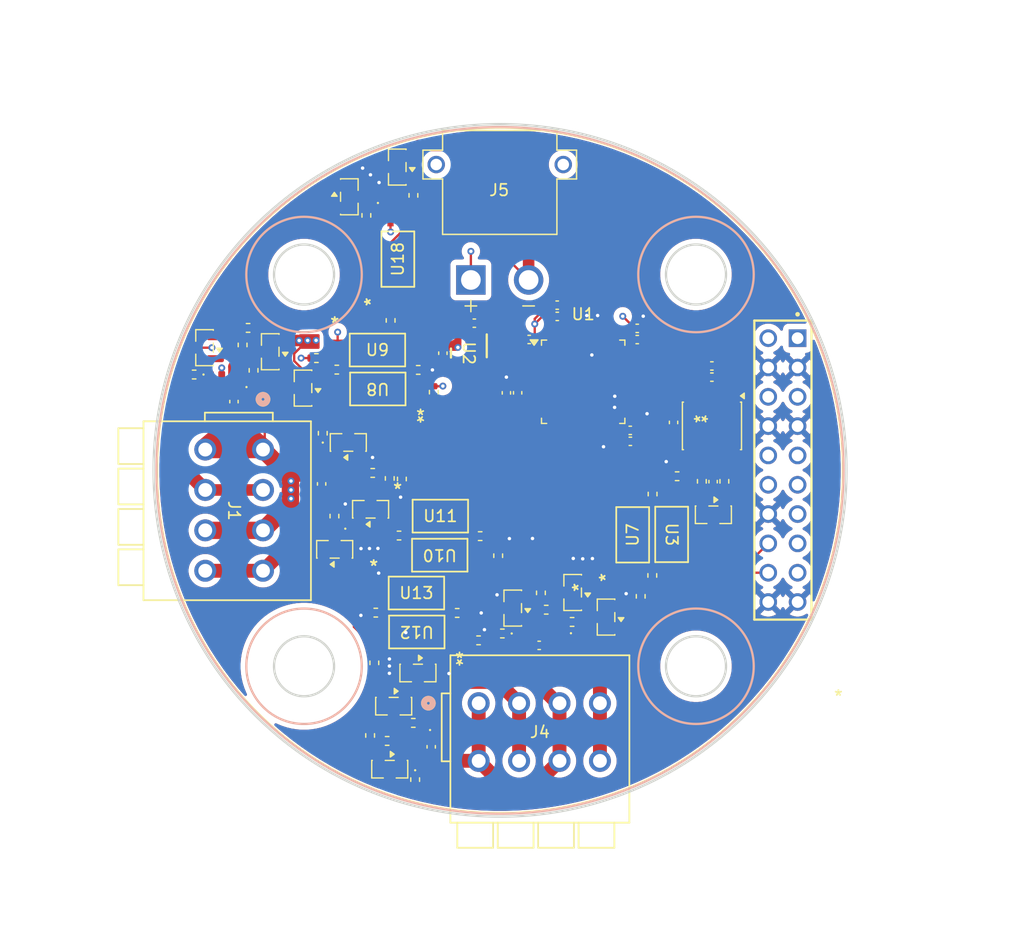
<source format=kicad_pcb>
(kicad_pcb (version 20241229) (generator "pcbnew") (generator_version "9.0")
  (layers (0 "F.Cu" signal) (4 "In1.Cu" signal) (6 "In2.Cu" signal) (2 "B.Cu" signal) (13 "F.Paste" user) (15 "B.Paste" user) (5 "F.SilkS" user "F.Silkscreen") (7 "B.SilkS" user "B.Silkscreen") (1 "F.Mask" user) (3 "B.Mask" user) (25 "Edge.Cuts" user))
  (net 0 "")
  (net 1 "3.3V")
  (net 2 "GND")
  (net 3 "5VLOGIC")
  (net 4 "Net-(C15-Pad1)")
  (net 5 "/Drogue neg")
  (net 6 "VBAT_AUX1")
  (net 7 "/Main neg")
  (net 8 "/Aux1 neg")
  (net 9 "/Aux2 neg")
  (net 10 "Net-(D7-K)")
  (net 11 "Net-(D8-K)")
  (net 12 "CAN_o-")
  (net 13 "CAN_o+")
  (net 14 "SWCLK")
  (net 15 "NRST1")
  (net 16 "SWDIO")
  (net 17 "Net-(D1-K)")
  (net 18 "NRST5")
  (net 19 "5VSERVO")
  (net 20 "NRST2")
  (net 21 "PGND")
  (net 22 "Net-(Q11-D)")
  (net 23 "Net-(Q12-D)")
  (net 24 "Net-(Q12-G)")
  (net 25 "Net-(Q13-S)")
  (net 26 "DROGUE_FIRE")
  (net 27 "DROGUE_SEAT")
  (net 28 "MAIN_SEAT")
  (net 29 "MAIN_FIRE")
  (net 30 "AUX1_SEAT")
  (net 31 "AUX1_FIRE")
  (net 32 "AUX2_SEAT")
  (net 33 "Net-(R33-Pad2)")
  (net 34 "AUX2_FIRE")
  (net 35 "Net-(R37-Pad1)")
  (net 36 "Net-(R47-Pad2)")
  (net 37 "PYRO_ON")
  (net 38 "SPI_CLK")
  (net 39 "SPI_MISO")
  (net 44 "NRST4")
  (net 45 "NRST3")
  (net 46 "SPI_MOSI")
  (net 63 "CAN_+")
  (net 66 "CAN_-")
  (net 67 "Net-(D2-K)")
  (net 68 "Net-(D3-K)")
  (net 69 "Net-(D4-K)")
  (net 70 "Net-(D5-K)")
  (net 71 "Net-(D6-K)")
  (net 72 "Net-(Q13-D)")
  (net 73 "Net-(Q2-D)")
  (net 74 "Net-(Q3-G)")
  (net 75 "Net-(Q3-D)")
  (net 76 "Net-(Q5-D)")
  (net 77 "Net-(Q6-G)")
  (net 78 "Net-(Q6-D)")
  (net 79 "Net-(Q8-D)")
  (net 80 "Net-(Q9-G)")
  (net 81 "Net-(Q9-D)")
  (net 82 "Net-(R5-Pad2)")
  (net 83 "Net-(R13-Pad1)")
  (net 84 "Net-(R15-Pad2)")
  (net 85 "Net-(R19-Pad1)")
  (net 86 "Net-(R24-Pad2)")
  (net 87 "Net-(R28-Pad1)")
  (net 88 "Net-(Q13-G)")
  (net 89 "unconnected-(D11-K-Pad1)")
  (net 90 "Net-(Q1-G)")
  (net 91 "Net-(Q4-G)")
  (net 92 "Net-(Q7-G)")
  (net 93 "Net-(Q10-G)")
  (footprint "Resistor_SMD:R_0402_1005Metric" (layer "F.Cu") (at 193.45 98.8)
    (property "Reference" "R9" (hide yes))
    (property "Value" "6 kΩ" (hide yes))
  )
  (footprint "Capacitor_SMD:C_0402_1005Metric" (layer "F.Cu") (at 190.975 80.0075 90)
    (property "Reference" "C7" (hide yes))
    (property "Value" "1uF" (hide yes))
  )
  (footprint "Package_TO_SOT_SMD:SOT-23" (layer "F.Cu") (at 195.74 97.31 180)
    (property "Reference" "Q1" (hide yes))
    (property "Value" "AO3400A" (hide yes))
  )
  (footprint "Resistor_SMD:R_0402_1005Metric" (layer "F.Cu") (at 179.9 87.425 -90)
    (property "Reference" "R30" (hide yes))
    (property "Value" "2 kΩ" (hide yes))
  )
  (footprint "Resistor_SMD:R_0402_1005Metric" (layer "F.Cu") (at 177.875 64.635 90)
    (property "Reference" "R49" (hide yes))
    (property "Value" "4.7k Ω" (hide yes))
  )
  (footprint "Foinse Footprints:SO4_TOS" (layer "F.Cu") (at 178.865 79.675 180)
    (property "Reference" "U8")
    (property "Value" "LTV-817" (hide yes))
  )
  (footprint "LED_SMD:LED_0402_1005Metric" (layer "F.Cu") (at 176.05 90.69 90)
    (property "Reference" "D5" (hide yes))
    (property "Value" "RED LED" (hide yes))
  )
  (footprint "Capacitor_SMD:C_0402_1005Metric" (layer "F.Cu") (at 190 80.0125 90)
    (property "Reference" "C6" (hide yes))
    (property "Value" "10nF" (hide yes))
  )
  (footprint "LED_SMD:LED_0402_1005Metric" (layer "F.Cu") (at 164.8625 78.425)
    (property "Reference" "D4" (hide yes))
    (property "Value" "GREEN LED" (hide yes))
  )
  (footprint "Resistor_SMD:R_0402_1005Metric" (layer "F.Cu") (at 173.55 77 180)
    (property "Reference" "R19" (hide yes))
    (property "Value" "1k Ω" (hide yes))
  )
  (footprint "Capacitor_SMD:C_0402_1005Metric" (layer "F.Cu") (at 184.5 76.575 90)
    (property "Reference" "C11" (hide yes))
    (property "Value" "1 uF" (hide yes))
  )
  (footprint "Package_TO_SOT_SMD:SOT-23" (layer "F.Cu") (at 176.31 84.31 90)
    (property "Reference" "Q9" (hide yes))
    (property "Value" "AO3400A" (hide yes))
  )
  (footprint "Resistor_SMD:R_0402_1005Metric" (layer "F.Cu") (at 175.315 78 180)
    (property "Reference" "R16" (hide yes))
    (property "Value" "10k Ω" (hide yes))
  )
  (footprint "Capacitor_SMD:C_0402_1005Metric" (layer "F.Cu") (at 191.975 75.3875 180)
    (property "Reference" "C1" (hide yes))
    (property "Value" "100 nF" (hide yes))
  )
  (footprint "Resistor_SMD:R_0402_1005Metric" (layer "F.Cu") (at 182.100078 113.519736 90)
    (property "Reference" "R40" (hide yes))
    (property "Value" "4.7 kΩ" (hide yes))
  )
  (footprint "Package_TO_SOT_SMD:SOT-23" (layer "F.Cu") (at 180.24 107.1575 -90)
    (property "Reference" "Q10" (hide yes))
    (property "Value" "AO3400A" (hide yes))
  )
  (footprint "Resistor_SMD:R_0402_1005Metric" (layer "F.Cu") (at 179.975 73.735 90)
    (property "Reference" "R47" (hide yes))
    (property "Value" "220 Ω" (hide yes))
  )
  (footprint "Resistor_SMD:R_0402_1005Metric" (layer "F.Cu") (at 175.11 90.69 90)
    (property "Reference" "R27" (hide yes))
    (property "Value" "4.7k Ω" (hide yes))
  )
  (footprint "Package_TO_SOT_SMD:SOT-23" (layer "F.Cu") (at 198.63 99.44 180)
    (property "Reference" "Q2" (hide yes))
    (property "Value" "AO3400A" (hide yes))
  )
  (footprint "Foinse Footprints:SO4_TOS" (layer "F.Cu") (at 182.209736 97.354922)
    (property "Reference" "U13")
    (property "Value" "LTV-817" (hide yes))
  )
  (footprint "Package_TO_SOT_SMD:SOT-23" (layer "F.Cu") (at 172.39 79.6 180)
    (property "Reference" "Q5" (hide yes))
    (property "Value" "AO3400A" (hide yes))
  )
  (footprint "Resistor_SMD:R_0402_1005Metric" (layer "F.Cu") (at 183.715 79.95 -90)
    (property "Reference" "R15" (hide yes))
    (property "Value" "220 Ω" (hide yes))
  )
  (footprint "Package_SO:SOIC-8_3.9x4.9mm_P1.27mm" (layer "F.Cu") (at 207.8 82.875 -90)
    (property "Reference" "U4" (hide yes))
    (property "Value" "TJA1051T-3" (hide yes))
  )
  (footprint "Resistor_SMD:R_0402_1005Metric" (layer "F.Cu") (at 195.69 99.86 180)
    (property "Reference" "R8" (hide yes))
    (property "Value" "4.7k Ω" (hide yes))
  )
  (footprint "Foinse Footprints:DBV0005A_N" (layer "F.Cu") (at 186.75 76.575 -90)
    (property "Reference" "U2")
    (property "Value" "TLV70433DBVT" (hide yes))
  )
  (footprint "Package_TO_SOT_SMD:SOT-23" (layer "F.Cu") (at 178.24 90.1 90)
    (property "Reference" "Q7" (hide yes))
    (property "Value" "AO3400A" (hide yes))
  )
  (footprint "Capacitor_SMD:C_0402_1005Metric" (layer "F.Cu") (at 187.225 73.975)
    (property "Reference" "C10" (hide yes))
    (property "Value" "100nF" (hide yes))
  )
  (footprint "LED_SMD:LED_0402_1005Metric" (layer "F.Cu") (at 178.875 64.65 -90)
    (property "Reference" "D11" (hide yes))
    (property "Value" "RED LED" (hide yes))
  )
  (footprint "Resistor_SMD:R_0402_1005Metric" (layer "F.Cu") (at 179.675078 110.169736)
    (property "Reference" "R38" (hide yes))
    (property "Value" "6 kΩ" (hide yes))
  )
  (footprint "Resistor_SMD:R_0402_1005Metric" (layer "F.Cu") (at 178.69 99.055 180)
    (property "Reference" "R34" (hide yes))
    (property "Value" "10k Ω" (hide yes))
  )
  (footprint "Capacitor_SMD:C_0402_1005Metric" (layer "F.Cu") (at 207.9 87.705 -90)
    (property "Reference" "C15" (hide yes))
    (property "Value" "47 uF" (hide yes))
  )
  (footprint "Capacitor_SMD:C_0402_1005Metric" (layer "F.Cu") (at 207.793213 77.680388)
    (property "Reference" "C12" (hide yes))
    (property "Value" "47 uF" (hide yes))
  )
  (footprint "Capacitor_SMD:C_0402_1005Metric" (layer "F.Cu") (at 200.725 83.2625)
    (property "Reference" "C4" (hide yes))
    (property "Value" "100 nF" (hide yes))
  )
  (footprint "Resistor_SMD:R_0402_1005Metric" (layer "F.Cu") (at 180.95 87.475 90)
    (property "Reference" "R28" (hide yes))
    (property "Value" "1k Ω" (hide yes))
  )
  (footprint "Capacitor_SMD:C_0402_1005Metric" (layer "F.Cu") (at 166.409264 80.77 90)
    (property "Reference" "C31" (hide yes))
    (property "Value" "1 uF" (hide yes))
  )
  (footprint "Resistor_SMD:R_0402_1005Metric" (layer "F.Cu") (at 168.107764 78.06 -90)
    (property "Reference" "R18" (hide yes))
    (property "Value" "4.7k Ω" (hide yes))
  )
  (footprint "Foinse Footprints:CONN4_2601-1104_WAG" (layer "F.Cu") (at 168.925 84.925 -90)
    (property "Reference" "J1")
    (property "Value" "2601-1104")
  )
  (footprint "LED_SMD:LED_0402_1005Metric" (layer "F.Cu") (at 196.68 100.84)
    (property "Reference" "D1" (hide yes))
    (property "Value" "RED LED" (hide yes))
  )
  (footprint "Foinse Footprints:AMASS_XT30PW-M" (layer "F.Cu") (at 189.425 60.23075)
    (property "Reference" "J5")
    (property "Value" "XT30PW-M")
  )
  (footprint "Resistor_SMD:R_0402_1005Metric" (layer "F.Cu") (at 181.95 62.9 -90)
    (property "Reference" "R48" (hide yes))
    (property "Value" "10k Ω" (hide yes))
  )
  (footprint "Capacitor_SMD:C_0402_1005Metric" (layer "F.Cu") (at 207.795 78.65)
    (property "Reference" "C13" (hide yes))
    (property "Value" "100nF" (hide yes))
  )
  (footprint "LED_SMD:LED_0402_1005Metric" (layer "F.Cu") (at 191.55 100.86)
    (property "Reference" "D2" (hide yes))
    (property "Value" "GREEN LED" (hide yes))
  )
  (footprint "Capacitor_SMD:C_0402_1005Metric" (layer "F.Cu") (at 194.4 72.4125)
    (property "Reference" "C2" (hide yes))
    (property "Value" "100 nF" (hide yes))
  )
  (footprint "LED_SMD:LED_0402_1005Metric" (layer "F.Cu") (at 174.1 85.41 -90)
    (property "Reference" "D6" (hide yes))
    (property "Value" "GREEN LED" (hide yes))
  )
  (footprint "Resistor_SMD:R_0402_1005Metric" (layer "F.Cu") (at 167.157764 75.86 -90)
    (property "Reference" "R20" (hide yes))
    (property "Value" "6k Ω" (hide yes))
  )
  (footprint "Package_TO_SOT_SMD:SOT-23" (layer "F.Cu") (at 175.13 93.57 90)
    (property "Reference" "Q8" (hide yes))
    (property "Value" "AO3400A" (hide yes))
  )
  (footprint "Package_TO_SOT_SMD:SOT-23" (layer "F.Cu") (at 190.55 98.66 180)
    (property "Reference" "Q3" (hide yes))
    (property "Value" "AO3400A" (hide yes))
  )
  (footprint "LED_SMD:LED_0402_1005Metric" (layer "F.Cu") (at 168.582764 79.51)
    (property "Reference" "D3" (hide yes))
    (property "Value" "RED LED" (hide yes))
  )
  (footprint "Package_TO_SOT_SMD:SOT-23" (layer "F.Cu") (at 163.8625 76.1 180)
    (property "Reference" "Q6" (hide yes))
    (property "Value" "AO3400A" (hide yes))
  )
  (footprint "Foinse Footprints:SO4_TOS" (layer "F.Cu") (at 204.31 92.28 -90)
    (property "Reference" "U3")
    (property "Value" "LTV-817" (hide yes))
  )
  (footprint "LED_SMD:LED_0402_1005Metric" (layer "F.Cu") (at 182.100078 111.619736 90)
    (property "Reference" "D8" (hide yes))
    (property "Value" "GREEN LED" (hide yes))
  )
  (footprint "Foinse Footprints:SO4_TOS" (layer "F.Cu") (at 184.28 90.69)
    (property "Reference" "U11")
    (property "Value" "LTV-817" (hide yes))
  )
  (footprint "Capacitor_SMD:C_0402_1005Metric" (layer "F.Cu") (at 183.49 110.68 90)
    (property "Reference" "C33" (hide yes))
    (property "Value" "1 uF" (hide yes))
  )
  (footprint "Resistor_SMD:R_0402_1005Metric" (layer "F.Cu") (at 189.29 94.12 -90)
    (property "Reference" "R24" (hide yes))
    (property "Value" "220 Ω" (hide yes))
  )
  (footprint "Capacitor_SMD:C_0402_1005Metric" (layer "F.Cu") (at 200.735 84.2125)
    (property "Reference" "C5" (hide yes))
    (property "Value" "4.7 uF" (hide yes))
  )
  (footprint "Foinse Footprints:SAMTEC_ESQ-110-14-G-D" (layer "F.Cu") (at 213.945 86.705 90)
    (property "Reference" "J3" (hide yes))
    (property "Value" "ESQ-110-14-G-D")
  )
  (footprint "Foinse Footprints:SO4_TOS" (layer "F.Cu") (at 180.6 68.425 90)
    (property "Reference" "U18")
    (property "Value" "LTV-817" (hide yes))
  )
  (footprint "Resistor_SMD:R_0402_1005Metric" (layer "F.Cu") (at 185.74 99.08)
    (property "Reference" "R32" (hide yes))
    (property "Value" "10k Ω" (hide yes))
  )
  (footprint "Package_TO_SOT_SMD:SOT-23" (layer "F.Cu") (at 169.55 76.45 180)
    (property "Reference" "Q4" (hide yes))
    (property "Value" "AO3400A" (hide yes))
  )
  (footprint "Resistor_SMD:R_0402_1005Metric" (layer "F.Cu") (at 192.99 97.34 -90)
    (property "Reference" "R10" (hide yes))
    (property "Value" "2 kΩ" (hide yes))
  )
  (footprint "Resistor_SMD:R_0402_1005Metric" (layer "F.Cu") (at 180.705264 92.375078 180)
    (property "Reference" "R25" (hide yes))
    (property "Value" "10k Ω" (hide yes))
  )
  (footprint "Resistor_SMD:R_0402_1005Metric" (layer "F.Cu") (at 206.925 87.675 -90)
    (property "Reference" "R1" (hide yes))
    (property "Value" "60 Ω" (hide yes))
  )
  (footprint "Package_TO_SOT_SMD:SOT-23" (layer "F.Cu") (at 207.925 90.575 -90)
    (property "Reference" "D9" (hide yes))
    (property "Value" "NUP2105L" (hide yes))
  )
  (footprint "Resistor_SMD:R_0402_1005Metric" (layer "F.Cu") (at 202.66 88.78 90)
    (property "Reference" "R12" (hide yes))
    (property "Value" "10k Ω" (hide yes))
  )
  (footprint "Resistor_SMD:R_0402_1005Metric" (layer "F.Cu") (at 178.200078 109.694736 -90)
    (property "Reference" "R39" (hide yes))
    (property "Value" "2 kΩ" (hide yes))
  )
  (footprint "Resistor_SMD:R_0402_1005Metric" (layer "F.Cu") (at 178.425 86.95 180)
    (property "Reference" "R29" (hide yes))
    (property "Value" "6 kΩ" (hide yes))
  )
  (footprint "Foinse Footprints:SO4_TOS" (layer "F.Cu") (at 200.934922 92.310264 90)
    (property "Reference" "U7")
    (property "Value" "LTV-817" (hide yes))
  )
  (footprint "Foinse Footprints:SO4_TOS" (layer "F.Cu") (at 178.834736 76.299922)
    (property "Reference" "U9")
    (property "Value" "LTV-817" (hide yes))
  )
  (footprint "Resistor_SMD:R_0402_1005Metric" (layer "F.Cu") (at 187.730264 92.425078)
    (property "Reference" "R23" (hide yes))
    (property "Value" "10k Ω" (hide yes))
  )
  (footprint "Capacitor_SMD:C_0402_1005Metric" (layer "F.Cu") (at 204.475 82.575 90)
    (property "Reference" "C14" (hide yes))
    (property "Value" "100nF" (hide yes))
  )
  (footprint "Foinse Footprints:SO4_TOS" (layer "F.Cu") (at 184.230264 94.075078 180)
    (property "Reference" "U10")
    (property "Value" "LTV-817" (hide yes))
  )
  (footprint "Resistor_SMD:R_0402_1005Metric" (layer "F.Cu") (at 178.564922 103.402764 -90)
    (property "Reference" "R37" (hide yes))
    (property "Value" "1k Ω" (hide yes))
  )
  (footprint "Package_QFP:LQFP-48_7x7mm_P0.5mm" (layer "F.Cu") (at 196.65 79.05)
    (property "Reference" "U1")
    (property "Value" "STM32F072C8Tx" (hide yes))
  )
  (footprint "Resistor_SMD:R_0402_1005Metric" (layer "F.Cu") (at 202.635 95.83 -90)
    (property "Reference" "R6" (hide yes))
    (property "Value" "10k Ω" (hide yes))
  )
  (footprint "Resistor_SMD:R_0402_1005Metric" (layer "F.Cu") (at 162.9625 78.425)
    (property "Reference" "R22" (hide yes))
    (property "Value" "4.7k Ω" (hide yes))
  )
  (footprint "Capacitor_SMD:C_0402_1005Metric" (layer "F.Cu") (at 201.33 74.425)
    (property "Reference" "C8" (hide yes))
    (property "Value" "4.7 uF" (hide yes))
  )
  (footprint "Capacitor_SMD:C_0402_1005Metric" (layer "F.Cu") (at 192.84 101.89)
    (property "Reference" "C30" (hide yes))
    (property "Value" "1 uF" (hide yes))
  )
  (footprint "Resistor_SMD:R_0402_1005Metric" (layer "F.Cu") (at 201.63 97.64 -90)
    (property "Reference" "R13" (hide yes))
    (property "Value" "1k Ω" (hide yes))
  )
  (footprint "Foinse Footprints:SO4_TOS" (layer "F.Cu") (at 182.24 100.73 180)
    (property "Reference" "U12")
    (property "Value" "LTV-817" (hide yes))
  )
  (footprint "Resistor_SMD:R_0402_1005Metric" (layer "F.Cu") (at 189.65 100.86)
    (property "Reference" "R11" (hide yes))
    (property "Value" "4.7 kΩ" (hide yes))
  )
  (footprint "Resistor_SMD:R_0402_1005Metric" (layer "F.Cu") (at 187.59 101.455 180)
    (property "Reference" "R33" (hide yes))
    (property "Value" "220 Ω" (hide yes))
  )
  (footprint "Capacitor_SMD:C_0402_1005Metric" (layer "F.Cu") (at 201.33 75.395)
    (property "Reference" "C9" (hide yes))
    (property "Value" "100 nF" (hide yes))
  )
  (footprint "Package_TO_SOT_SMD:SOT-23" (layer "F.Cu") (at 182.34 104.2825 -90)
    (property "Reference" "Q11" (hide yes))
    (property "Value" "AO3400A" (hide yes))
  )
  (footprint "Foinse Footprints:CONN4_2601-1104_WAG" (layer "F.Cu") (at 187.599996 106.9)
    (property "Reference" "J4")
    (property "Value" "2601-1104")
  )
  (footprint "Resistor_SMD:R_0402_1005Metric" (layer "F.Cu") (at 174.1 83.51 -90)
    (property "Reference" "R31" (hide yes))
    (property "Value" "4.7k Ω" (hide yes))
  )
  (footprint "Resistor_SMD:R_0402_1005Metric" (layer "F.Cu") (at 167.632764 74.385 180)
    (property "Reference" "R21" (hide yes))
    (property "Value" "2k Ω" (hide yes))
  )
  (footprint "Resistor_SMD:R_0402_1005Metric" (layer "F.Cu") (at 181.94 108.6075)
    (property "Reference" "R36" (hide yes))
    (property "Value" "4.7k Ω" (hide yes))
  )
  (footprint "LED_SMD:LED_0402_1005Metric" (layer "F.Cu") (at 183.39 108.1325 90)
    (property "Reference" "D7" (hide yes))
    (property "Value" "RED LED" (hide yes))
  )
  (footprint "Capacitor_SMD:C_0402_1005Metric" (layer "F.Cu") (at 194.405 73.3875)
    (property "Reference" "C3" (hide yes))
    (property "Value" "100 nF" (hide yes))
  )
  (footprint "Package_TO_SOT_SMD:SOT-23" (layer "F.Cu") (at 179.900078 112.619736 -90)
    (property "Reference" "Q12" (hide yes))
    (property "Value" "AO3400A" (hide yes))
  )
  (footprint "Package_TO_SOT_SMD:SOT-23" (layer "F.Cu") (at 180.55 60.45 180)
    (property "Reference" "Q14" (hide yes))
    (property "Value" "AO3400A" (hide yes))
  )
  (footprint "Capacitor_SMD:C_0402_1005Metric" (layer "F.Cu") (at 174 87.9 -90)
    (property "Reference" "C32" (hide yes))
    (property "Value" "1 uF" (hide yes))
  )
  (footprint "Resistor_SMD:R_0402_1005Metric" (layer "F.Cu") (at 204.784922 87.235264)
    (property "Reference" "R5" (hide yes))
    (property "Value" "220 Ω" (hide yes))
  )
  (footprint "Package_TO_SOT_SMD:SOT-23" (layer "F.Cu") (at 176.4 63.025)
    (property "Reference" "Q13" (hide yes))
    (property "Value" "AO3400A" (hide yes))
  )
  (footprint "Resistor_SMD:R_0402_1005Metric" (layer "F.Cu") (at 208.875 87.675 90)
    (property "Reference" "R2" (hide yes))
    (property "Value" "60 Ω" (hide yes))
  )
  (footprint "Resistor_SMD:R_0402_1005Metric" (layer "F.Cu") (at 182.365 78.025)
    (property "Reference" "R14" (hide yes))
    (property "Value" "10k Ω" (hide yes))
  )
  (gr_poly (pts (xy 178.44 89.8) (xy 178.44 88.2) (xy 177.72 88.2) (xy 177.74 89.8)) (stroke (width 0.2)) (fill yes) (layer "F.Cu") (net 8))
  (gr_poly (pts (xy 163.375 84.275) (xy 166.4 81.725) (xy 169.375 84.2)) (stroke (width 0.2)) (fill yes) (layer "F.Cu") (net 6))
  (gr_poly (pts (xy 184.4 76.075) (xy 186 75.225) (xy 186 76.075)) (stroke (width 0.2)) (fill yes) (layer "F.Cu") (net 1))
  (gr_rect (start 172.175 75.025) (end 173.725 76.1) (stroke (width 0.2)) (fill yes) (layer "F.Cu") (net 21))
  (gr_rect (start 177.185 93.0325) (end 179.135 94.1075) (stroke (width 0.2)) (fill yes) (layer "F.Cu") (net 21))
  (gr_poly (pts (xy 180.875 59.325) (xy 182.15 58.275) (xy 182.6 58.9) (xy 182.125 59.3)) (stroke (width 0.2)) (fill yes) (layer "F.Cu") (net 72))
  (gr_rect (start 195.145 93.51) (end 198.035 95.11) (stroke (width 0.2)) (fill yes) (layer "F.Cu") (net 21))
  (gr_poly (pts (xy 185.8 76.275) (xy 184.475 76.275) (xy 184.475 75.967616) (xy 185.85 76.017616)) (stroke (width 0.2)) (fill yes) (layer "F.Cu") (net 1))
  (gr_poly (pts (xy 179.12 61.93) (xy 180.21 60.38) (xy 177.53 60.34)) (stroke (width 0.2)) (fill yes) (layer "F.Cu") (net 21))
  (gr_rect (start 179.38 102.7) (end 180.37 104.61) (stroke (width 0.2)) (fill yes) (layer "F.Cu") (net 21))
  (gr_poly (pts (xy 177.405876 60.679161) (xy 178.89 61.98) (xy 179 61.81) (xy 177.49 60.55)) (stroke (width 0.2)) (fill yes) (layer "F.Cu") (net 21))
  (gr_circle (center 189.4485 86.729) (end 160.475002 93.038087) (stroke (width 0.1)) (fill no) (layer "F.SilkS"))
  (gr_circle (center 206.419063 103.699563) (end 201.419063 103.699563) (stroke (width 0.2)) (fill no) (layer "B.SilkS"))
  (gr_circle (center 206.419063 69.758437) (end 201.419063 69.758437) (stroke (width 0.2)) (fill no) (layer "B.SilkS"))
  (gr_circle (center 189.4485 86.729) (end 159.6985 86.729) (stroke (width 0.2)) (fill no) (layer "B.SilkS"))
  (gr_circle (center 172.477937 103.699563) (end 167.477937 103.699563) (stroke (width 0.2)) (fill no) (layer "B.SilkS"))
  (gr_circle (center 172.477937 69.758437) (end 167.477937 69.758437) (stroke (width 0.2)) (fill no) (layer "B.SilkS"))
  (gr_circle (center 206.419063 69.758437) (end 209.019063 69.758437) (stroke (width 0.2)) (fill no) (layer "Edge.Cuts"))
  (gr_circle (center 172.477937 103.699563) (end 175.077937 103.699563) (stroke (width 0.2)) (fill no) (layer "Edge.Cuts"))
  (gr_circle (center 206.419063 103.699563) (end 209.019063 103.699563) (stroke (width 0.2)) (fill no) (layer "Edge.Cuts"))
  (gr_circle (center 189.4485 86.729) (end 159.4485 86.729) (stroke (width 0.2)) (fill no) (layer "Edge.Cuts"))
  (gr_circle (center 172.477937 69.758437) (end 175.077937 69.758437) (stroke (width 0.2)) (fill no) (layer "Edge.Cuts"))
  (gr_text "*" (at 218.75 106.3 0) (layer "F.SilkS") (effects (font (size 1 1))))
  (segment (start 192.455 76.2675) (end 192.4875 76.3) (width 0.2) (layer "F.Cu") (net 1))
  (segment (start 184.5 76.095) (end 185.77 76.095) (width 0.2) (layer "F.Cu") (net 1))
  (segment (start 193.92 72.4125) (end 193.6375 72.4125) (width 0.2) (layer "F.Cu") (net 1))
  (segment (start 185.8 76.075) (end 185.800002 76.074998) (width 0.2) (layer "F.Cu") (net 1))
  (segment (start 190.975 80.4875) (end 191.1625 80.3) (width 0.2) (layer "F.Cu") (net 1))
  (segment (start 200.27 83.3375) (end 200.245 83.3125) (width 0.2) (layer "F.Cu") (net 1))
  (segment (start 190.97 80.4925) (end 190.975 80.4875) (width 0.2) (layer "F.Cu") (net 1))
  (segment (start 192.455 73.595) (end 192.455 74.045) (width 0.2) (layer "F.Cu") (net 1))
  (segment (start 200.245 83.3125) (end 199.5 83.3125) (width 0.2) (layer "F.Cu") (net 1))
  (segment (start 193.6375 72.4125) (end 192.455 73.595) (width 0.2) (layer "F.Cu") (net 1))
  (segment (start 193.925 74.8625) (end 193.9 74.8875) (width 0.2) (layer "F.Cu") (net 1))
  (segment (start 182.280736 75.664922) (end 184.069922 75.664922) (width 0.2) (layer "F.Cu") (net 1))
  (segment (start 192.455 75.3875) (end 192.455 76.2675) (width 0.2) (layer "F.Cu") (net 1))
  (segment (start 200.85 74.425) (end 200.85 74.15) (width 0.2) (layer "F.Cu") (net 1))
  (segment (start 185.77 76.095) (end 185.775 76.1) (width 0.2) (layer "F.Cu") (net 1))
  (segment (start 200.85 74.15) (end 200.075 73.375) (width 0.2) (layer "F.Cu") (net 1))
  (segment (start 199.5 83.3125) (end 199.4 83.2125) (width 0.2) (layer "F.Cu") (net 1))
  (segment (start 193.92 73.3825) (end 193.925 73.3875) (width 0.2) (layer "F.Cu") (net 1))
  (segment (start 200.27 84.2625) (end 200.27 83.3375) (width 0.2) (layer "F.Cu") (net 1))
  (segment (start 184.069922 75.664922) (end 184.5 76.095) (width 0.2) (layer "F.Cu") (net 1))
  (segment (start 193.92 72.4125) (end 193.92 73.3825) (width 0.2) (layer "F.Cu") (net 1))
  (segment (start 190 80.4925) (end 190.97 80.4925) (width 0.2) (layer "F.Cu") (net 1))
  (segment (start 200.8125 74.4625) (end 200.85 74.425) (width 0.2) (layer "F.Cu") (net 1))
  (segment (start 193.925 73.3875) (end 193.925 74.8625) (width 0.2) (layer "F.Cu") (net 1))
  (segment (start 193.925 73.3875) (end 193.1125 73.3875) (width 0.2) (layer "F.Cu") (net 1))
  (segment (start 200.8125 76.3) (end 200.8125 74.4625) (width 0.2) (layer "F.Cu") (net 1))
  (segment (start 185.775 76.1) (end 185.8 76.075) (width 0.2) (layer "F.Cu") (net 1))
  (segment (start 193.1125 73.3875) (end 192.455 74.045) (width 0.2) (layer "F.Cu") (net 1))
  (segment (start 191.1625 80.3) (end 192.4875 80.3) (width 0.2) (layer "F.Cu") (net 1))
  (segment (start 192.455 75.3875) (end 192.455 74.045) (width 0.2) (layer "F.Cu") (net 1))
  (segment (start 185.800002 76.074998) (end 185.800002 75.199999) (width 0.2) (layer "F.Cu") (net 1))
  (via (at 200.075 73.375) (size 0.6) (drill 0.3) (layers "F.Cu" "B.Cu") (net 1))
  (via (at 185.8 76.075) (size 0.6) (drill 0.3) (layers "F.Cu" "B.Cu") (net 1))
  (via (at 192.455 74.045) (size 0.6) (drill 0.3) (layers "F.Cu" "B.Cu") (net 1))
  (segment (start 190 79.5325) (end 190.97 79.5325) (width 0.2) (layer "F.Cu") (net 2))
  (segment (start 194.88 72.4125) (end 194.88 73.3825) (width 0.2) (layer "F.Cu") (net 2))
  (segment (start 185.686 100.095) (end 185.686 99.536) (width 0.2) (layer "F.Cu") (net 2))
  (segment (start 187.220264 92.984078) (end 187.676264 93.440078) (width 0.2) (layer "F.Cu") (net 2))
  (segment (start 201.85 74.385) (end 201.81 74.425) (width 0.2) (layer "F.Cu") (net 2))
  (segment (start 187.220264 92.425078) (end 187.220264 92.984078) (width 0.2) (layer "F.Cu") (net 2))
  (segment (start 201.81 74.425) (end 201.851 74.466) (width 0.2) (layer "F.Cu") (net 2))
  (segment (start 201.23 83.3375) (end 201.205 83.3125) (width 0.2) (layer "F.Cu") (net 2))
  (segment (start 194.885 73.3875) (end 194.4 73.8725) (width 0.2) (layer "F.Cu") (net 2))
  (segment (start 181.855 78.025) (end 181.855 78.584) (width 0.2) (layer "F.Cu") (net 2))
  (segment (start 185.686 99.536) (end 185.23 99.08) (width 0.2) (layer "F.Cu") (net 2))
  (segment (start 187.700001 73.979999) (end 187.705 73.975) (width 0.2) (layer "F.Cu") (net 2))
  (segment (start 201.851 74.466) (end 201.851 76.532824) (width 0.2) (layer "F.Cu") (net 2))
  (segment (start 201.85 73.37) (end 201.85 74.385) (width 0.2) (layer "F.Cu") (net 2))
  (segment (start 194.88 73.3825) (end 194.885 73.3875) (width 0.2) (layer "F.Cu") (net 2))
  (segment (start 201.23 84.2625) (end 201.23 83.3375) (width 0.2) (layer "F.Cu") (net 2))
  (segment (start 202.66 89.29) (end 203.219 89.29) (width 0.2) (layer "F.Cu") (net 2))
  (segment (start 190.975 79.5275) (end 191.2475 79.8) (width 0.2) (layer "F.Cu") (net 2))
  (segment (start 184.905003 77.055) (end 185.800002 77.949999) (width 0.2) (layer "F.Cu") (net 2))
  (segment (start 184.5 77.055) (end 184.905003 77.055) (width 0.2) (layer "F.Cu") (net 2))
  (segment (start 191.2475 79.8) (end 192.4875 79.8) (width 0.2) (layer "F.Cu") (net 2))
  (segment (start 187.700001 75.199999) (end 187.700001 73.979999) (width 0.2) (layer "F.Cu") (net 2))
  (segment (start 190.97 79.5325) (end 190.975 79.5275) (width 0.2) (layer "F.Cu") (net 2))
  (segment (start 203.219 89.29) (end 203.675 88.834) (width 0.2) (layer "F.Cu") (net 2))
  (segment (start 201.851 76.532824) (end 201.583824 76.8) (width 0.2) (layer "F.Cu") (net 2))
  (segment (start 194.4 73.8725) (end 194.4 74.8875) (width 0.2) (layer "F.Cu") (net 2))
  (segment (start 201.583824 76.8) (end 200.8125 76.8) (width 0.2) (layer "F.Cu") (net 2))
  (segment (start 190 79.5325) (end 190 78.65) (width 0.2) (layer "F.Cu") (net 2))
  (segment (start 181.855 78.584) (end 182.311 79.04) (width 0.2) (layer "F.Cu") (net 2))
  (via (at 190 78.65) (size 0.6) (drill 0.3) (layers "F.Cu" "B.Cu") (net 2))
  (via (at 201.85 73.37) (size 0.6) (drill 0.3) (layers "F.Cu" "B.Cu") (net 2))
  (segment (start 186.75 75.199999) (end 186.75 73.98) (width 0.2) (layer "F.Cu") (net 3))
  (segment (start 186.75 73.98) (end 186.745 73.975) (width 0.2) (layer "F.Cu") (net 3))
  (segment (start 206.925 87.165) (end 208.875 87.165) (width 0.2) (layer "F.Cu") (net 4))
  (segment (start 193.6 101.91) (end 194.011 101.499) (width 1.2) (layer "F.Cu") (net 5))
  (segment (start 198.1 106.9) (end 198.1 104.61) (width 1.2) (layer "F.Cu") (net 5))
  (segment (start 194.011 98.476446) (end 194.8025 97.684946) (width 1.2) (layer "F.Cu") (net 5))
  (segment (start 198.1 106.9) (end 198.1 111.9) (width 1.2) (layer "F.Cu") (net 5))
  (segment (start 194.8025 97.684946) (end 194.8025 97.31) (width 1.2) (layer "F.Cu") (net 5))
  (segment (start 194.011 101.499) (end 194.011 98.476446) (width 1.2) (layer "F.Cu") (net 5))
  (segment (start 198.1 104.61) (end 195.4 101.91) (width 1.2) (layer "F.Cu") (net 5))
  (segment (start 195.4 101.91) (end 193.6 101.91) (width 1.2) (layer "F.Cu") (net 5))
  (segment (start 200.299922 95.413364) (end 200.964286 94.749) (width 0.2) (layer "F.Cu") (net 6))
  (segment (start 178.94 96.543658) (end 178.763736 96.719922) (width 0.2) (layer "F.Cu") (net 6))
  (segment (start 204.945 95.3831) (end 204.945 95.726) (width 0.2) (layer "F.Cu") (net 6))
  (segment (start 171.3 87.3) (end 171.3 87.525) (width 1.5) (layer "F.Cu") (net 6))
  (segment (start 174.06 87.1) (end 172.191595 87.101188) (width 1.2) (layer "F.Cu") (net 6))
  (segment (start 180.705 101.365) (end 178.794 101.365) (width 0.2) (layer "F.Cu") (net 6))
  (segment (start 187.599996 111.9) (end 189.649996 113.95) (width 1.2) (layer "F.Cu") (net 6))
  (segment (start 178.94 95.63) (end 178.94 96.543658) (width 0.2) (layer "F.Cu") (net 6))
  (segment (start 174.1 85.895) (end 174.1 87.06) (width 0.2) (layer "F.Cu") (net 6))
  (segment (start 183.464736 111.134736) (end 183.49 111.16) (width 0.2) (layer "F.Cu") (net 6))
  (segment (start 183.39 107.6475) (end 183.39 105.91) (width 0.2) (layer "F.Cu") (net 6))
  (segment (start 171.3 88.625) (end 171.3 89.550004) (width 1.5) (layer "F.Cu") (net 6))
  (segment (start 168.925 84.925) (end 169.075 84.775) (width 0.2) (layer "F.Cu") (net 6))
  (segment (start 172.191595 87.101188) (end 171.723812 87.101188) (width 1.2) (layer "F.Cu") (net 6))
  (segment (start 175.388736 75.664922) (end 175.388736 74.75) (width 0.2) (layer "F.Cu") (net 6))
  (segment (start 180.834 89.056) (end 180.84 89.05) (width 0.2) (layer "F.Cu") (net 6))
  (segment (start 166.409264 81.434264) (end 166.409264 82.965736) (width 1) (layer "F.Cu") (net 6))
  (segment (start 183.39 105.91) (end 184.92 104.38) (width 0.2) (layer "F.Cu") (net 6))
  (segment (start 192.14 102.03) (end 192.14 104.629999) (width 1.2) (layer "F.Cu") (net 6))
  (segment (start 182.100078 111.134736) (end 183.464736 111.134736) (width 0.2) (layer "F.Cu") (net 6))
  (segment (start 200.964286 94.749) (end 204.3109 94.749) (width 0.2) (layer "F.Cu") (net 6))
  (segment (start 194.41 106.899999) (end 192.14 104.629999) (width 1.2) (layer "F.Cu") (net 6))
  (segment (start 168.925 84.925) (end 171.3 87.3) (width 1.5) (layer "F.Cu") (net 6))
  (segment (start 171.3 88.05) (end 171.3 88.625) (width 1.5) (layer "F.Cu") (net 6))
  (segment (start 192.2775 101.8925) (end 192.14 102.03) (width 0.2) (layer "F.Cu") (net 6))
  (segment (start 175.731636 75.664922) (end 175.388736 75.664922) (width 0.2) (layer "F.Cu") (net 6))
  (segment (start 184.22 111.89) (end 187.589996 111.89) (width 1.2) (layer "F.Cu") (net 6))
  (segment (start 176.05 90.205) (end 176.05 89.64) (width 0.2) (layer "F.Cu") (net 6))
  (segment (start 175.388736 74.75) (end 175.388736 74.711264) (width 0.2) (layer "F.Cu") (net 6))
  (segment (start 165.3475 78.425) (end 165.3475 77.8525) (width 0.2) (layer "F.Cu") (net 6))
  (segment (start 166.409264 82.965736) (end 166.375 83) (width 1) (layer "F.Cu") (net 6))
  (segment (start 187.589996 111.89) (end 187.599996 111.9) (width 1.2) (layer "F.Cu") (net 6))
  (segment (start 171.723812 87.101188) (end 171.3 87.525) (width 1.2) (layer "F.Cu") (net 6))
  (segment (start 194.6 106.899999) (end 194.41 106.899999) (width 1.2) (layer "F.Cu") (net 6))
  (segment (start 168.925 91.925004) (end 163.925 91.925004) (width 1.5) (layer "F.Cu") (net 6))
  (segment (start 186.925 70.23075) (end 186.925 67.75) (width 0.2) (layer "F.Cu") (net 6))
  (segment (start 169.075 79.517236) (end 169.067764 79.51) (width 0.2) (layer "F.Cu") (net 6))
  (segment (start 181.29 100.78) (end 180.705 101.365) (width 0.2) (layer "F.Cu") (net 6))
  (segment (start 179.965 66.015) (end 179.975 66.025) (width 0.2) (layer "F.Cu") (net 6))
  (segment (start 179.965 64.754) (end 179.965 65.0969) (width 0.2) (layer "F.Cu") (net 6))
  (segment (start 165.3475 77.8525) (end 165.35 77.85) (width 0.2) (layer "F.Cu") (net 6))
  (segment (start 187.599996 106.9) (end 187.599996 111.9) (width 1.2) (layer "F.Cu") (net 6))
  (segment (start 171.3 87.525) (end 171.3 88.05) (width 1.5) (layer "F.Cu") (net 6))
  (segment (start 192.55 113.95) (end 194.6 111.9) (width 1.2) (layer "F.Cu") (net 6))
  (segment (start 175.7619 80.31) (end 176.53 79.5419) (width 0.2) (layer "F.Cu") (net 6))
  (segment (start 189.649996 113.95) (end 192.55 113.95) (width 1.2) (layer "F.Cu") (net 6))
  (segment (start 194.32 106.899999) (end 194.6 106.899999) (width 1.2) (layer "F.Cu") (net 6))
  (segment (start 175.388736 74.711264) (end 175.4 74.7) (width 0.2) (layer "F.Cu") (net 6))
  (segment (start 204.3109 94.749) (end 204.945 95.3831) (width 0.2) (layer "F.Cu") (net 6))
  (segment (start 175.419 80.31) (end 175.7619 80.31) (width 0.2) (layer "F.Cu") (net 6))
  (segment (start 183.65 111.32) (end 184.22 111.89) (width 1.2) (layer "F.Cu") (net 6))
  (segment (start 169.075 84.775) (end 169.075 79.517236) (width 0.2) (layer "F.Cu") (net 6))
  (segment (start 176.53 76.463286) (end 175.731636 75.664922) (width 0.2) (layer "F.Cu") (net 6))
  (segment (start 179.965 64.754) (end 179.256 64.754) (width 0.2) (layer "F.Cu") (net 6))
  (segment (start 180.77358 94.710078) (end 178.763736 96.719922) (width 0.2) (layer "F.Cu") (net 6))
  (segment (start 163.925 84.925) (end 168.925 84.925) (width 1.5) (layer "F.Cu") (net 6))
  (segment (start 179.965 64.979) (end 179.965 66.015) (width 0.2) (layer "F.Cu") (net 6))
  (segment (start 180.834 90.055) (end 180.834 89.056) (width 0.2) (layer "F.Cu") (net 6))
  (segment (start 171.3 89.550004) (end 168.925 91.925004) (width 1.5) (layer "F.Cu") (net 6))
  (segment (start 192.09 100.805) (end 192.035 100.86) (width 0.2) (layer "F.Cu") (net 6))
  (segment (start 166.4 81.425) (end 166.409264 81.434264) (width 1) (layer "F.Cu") (net 6))
  (segment (start 192.035 100.86) (end 192.035 101.8825) (width 0.2) (layer "F.Cu") (net 6))
  (segment (start 180.784264 94.710078) (end 180.77358 94.710078) (width 0.2) (layer "F.Cu") (net 6))
  (segment (start 200.299922 95.756264) (end 200.299922 95.413364) (width 0.2) (layer "F.Cu") (net 6))
  (segment (start 174.1 87.06) (end 174.06 87.1) (width 0.2) (layer "F.Cu") (net 6))
  (segment (start 179.256 64.754) (end 178.875 65.135) (width 0.2) (layer "F.Cu") (net 6))
  (segment (start 194.6 111.9) (end 194.6 106.899999) (width 1.2) (layer "F.Cu") (net 6))
  (segment (start 176.53 79.5419) (end 176.53 76.463286) (width 0.2) (layer "F.Cu") (net 6))
  (via (at 185.029998 104.330002) (size 0.6) (drill 0.3) (layers "F.Cu" "B.Cu") (net 6))
  (via (at 180.84 89.05) (size 0.6) (drill 0.3) (layers "F.Cu" "B.Cu") (net 6))
  (via (at 176.05 89.64) (size 0.6) (drill 0.3) (layers "F.Cu" "B.Cu") (net 6))
  (via (at 171.35 88.425) (size 0.6) (drill 0.3) (layers "F.Cu" "B.Cu") (net 6))
  (via (at 179.975 66.075) (size 0.6) (drill 0.3) (layers "F.Cu" "B.Cu") (net 6))
  (via (at 175.388736 74.75) (size 0.6) (drill 0.3) (layers "F.Cu" "B.Cu") (net 6))
  (via (at 178.94 95.63) (size 0.6) (drill 0.3) (layers "F.Cu" "B.Cu") (net 6))
  (via (at 186.925 67.75) (size 0.6) (drill 0.3) (layers "F.Cu" "B.Cu") (net 6))
  (via (at 171.35 87.65) (size 0.6) (drill 0.3) (layers "F.Cu" "B.Cu") (net 6))
  (via (at 171.35 89.175) (size 0.6) (drill 0.3) (layers "F.Cu" "B.Cu") (net 6))
  (via (at 165.35 77.85) (size 0.6) (drill 0.3) (layers "F.Cu" "B.Cu") (net 6))
  (via (at 181.29 100.78) (size 0.6) (drill 0.3) (layers "F.Cu" "B.Cu") (net 6))
  (segment (start 161.325 82.3625) (end 163.6125 80.075) (width 1.2) (layer "F.Cu") (net 7))
  (segment (start 166.409264 80.124) (end 166.409264 77.742476) (width 1) (layer "F.Cu") (net 7))
  (segment (start 161.325 85.825003) (end 161.325 82.3625) (width 1.2) (layer "F.Cu") (net 7))
  (segment (start 166.409264 77.742476) (end 167.70174 76.45) (width 1) (layer "F.Cu") (net 7))
  (segment (start 167.70174 76.45) (end 168.9 76.45) (width 1) (layer "F.Cu") (net 7))
  (segment (start 163.925 88.425003) (end 161.325 85.825003) (width 1.2) (layer "F.Cu") (net 7))
  (segment (start 163.925 88.425003) (end 168.925 88.425002) (width 1) (layer "F.Cu") (net 7))
  (segment (start 163.6125 80.075) (end 166.325 80.075) (width 1.2) (layer "F.Cu") (net 7))
  (segment (start 173.975 90.375004) (end 168.925 95.425004) (width 1.2) (layer "F.Cu") (net 8))
  (segment (start 168.925 95.425004) (end 163.925 95.425005) (width 1.2) (layer "F.Cu") (net 8))
  (segment (start 173.88 88.6) (end 177.16 88.6) (width 1) (layer "F.Cu") (net 8))
  (segment (start 173.975 88.725) (end 173.975 90.375004) (width 1.2) (layer "F.Cu") (net 8))
  (segment (start 177.915 86.95) (end 177.915 88.835) (width 0.2) (layer "F.Cu") (net 8))
  (segment (start 177.16 88.6) (end 177.16 88.74) (width 1) (layer "F.Cu") (net 8))
  (segment (start 177.915 88.835) (end 178.08 89) (width 0.2) (layer "F.Cu") (net 8))
  (segment (start 177.16 88.6) (end 177.66625 88.6) (width 1) (layer "F.Cu") (net 8))
  (segment (start 177.16 88.74) (end 177.82 89.4) (width 1) (layer "F.Cu") (net 8))
  (segment (start 184.231 109.919) (end 183.61 109.919) (width 1.2) (layer "F.Cu") (net 9))
  (segment (start 180.24 109.509657) (end 180.24 107.784922) (width 1) (layer "F.Cu") (net 9))
  (segment (start 186.55403 105.06) (end 184.94 106.67403) (width 1.2) (layer "F.Cu") (net 9))
  (segment (start 189.259999 105.06) (end 186.55403 105.06) (width 1.2) (layer "F.Cu") (net 9))
  (segment (start 184.94 109.23) (end 184.249751 109.920249) (width 1.2) (layer "F.Cu") (net 9))
  (segment (start 180.710343 109.98) (end 180.24 109.509657) (width 1) (layer "F.Cu") (net 9))
  (segment (start 184.94 106.67403) (end 184.94 109.23) (width 1.2) (layer "F.Cu") (net 9))
  (segment (start 191.099999 111.9) (end 191.099998 106.899999) (width 1.2) (layer "F.Cu") (net 9))
  (segment (start 191.099998 106.899999) (end 189.259999 105.06) (width 1.2) (layer "F.Cu") (net 9))
  (segment (start 184.232249 109.920249) (end 184.231 109.919) (width 1.2) (layer "F.Cu") (net 9))
  (segment (start 183.61 109.98) (end 180.710343 109.98) (width 1) (layer "F.Cu") (net 9))
  (segment (start 182.45 108.6075) (end 183.38 108.6075) (width 0.2) (layer "F.Cu") (net 10))
  (segment (start 183.38 108.6075) (end 183.39 108.6175) (width 0.2) (layer "F.Cu") (net 10))
  (segment (start 182.100078 113.009736) (end 182.100078 112.104736) (width 0.2) (layer "F.Cu") (net 11))
  (segment (start 207.7 93.393198) (end 209.901802 95.595) (width 0.2) (layer "F.Cu") (net 12))
  (segment (start 209.901802 95.595) (end 212.675 95.595) (width 0.2) (layer "F.Cu") (net 12))
  (segment (start 206.975 90.743751) (end 207.324 91.092751) (width 0.2) (layer "F.Cu") (net 12))
  (segment (start 206.925 88.185) (end 206.925 89.5875) (width 0.2) (layer "F.Cu") (net 12))
  (segment (start 207.324 92.290968) (end 207.7 92.666968) (width 0.2) (layer "F.Cu") (net 12))
  (segment (start 206.925 89.5875) (end 206.975 89.6375) (width 0.2) (layer "F.Cu") (net 12))
  (segment (start 207.575 88.766) (end 207.575 88.99) (width 0.2) (layer "F.Cu") (net 12))
  (segment (start 207.324 91.092751) (end 207.324 92.290968) (width 0.2) (layer "F.Cu") (net 12))
  (segment (start 206.55566 86.594) (end 206.304 86.84566) (width 0.2) (layer "F.Cu") (net 12))
  (segment (start 207.165 86.594) (end 206.55566 86.594) (width 0.2) (layer "F.Cu") (net 12))
  (segment (start 207.165 85.35) (end 207.165 86.594) (width 0.2) (layer "F.Cu") (net 12))
  (segment (start 207.7 92.666968) (end 207.7 93.393198) (width 0.2) (layer "F.Cu") (net 12))
  (segment (start 207.54345 88.766) (end 207.575 88.766) (width 0.2) (layer "F.Cu") (net 12))
  (segment (start 206.304 86.84566) (end 206.304 87.52655) (width 0.2) (layer "F.Cu") (net 12))
  (segment (start 206.304 87.52655) (end 207.54345 88.766) (width 0.2) (layer "F.Cu") (net 12))
  (segment (start 206.975 89.6375) (end 206.975 90.743751) (width 0.2) (layer "F.Cu") (net 12))
  (segment (start 208.025 88.766) (end 208.025 88.99) (width 0.2) (layer "F.Cu") (net 13))
  (segment (start 208.526 91.092751) (end 208.526 92.290968) (width 0.2) (layer "F.Cu") (net 13))
  (segment (start 208.875 88.185) (end 208.875 89.6375) (width 0.2) (layer "F.Cu") (net 13))
  (segment (start 210.088197 95.144999) (end 210.585001 95.144999) (width 0.2) (layer "F.Cu") (net 13))
  (segment (start 208.435 85.35) (end 208.435 86.66466) (width 0.2) (layer "F.Cu") (net 13))
  (segment (start 208.875 89.6375) (end 208.875 90.743751) (width 0.2) (layer "F.Cu") (net 13))
  (segment (start 209.496 87.52655) (end 208.25655 88.766) (width 0.2) (layer "F.Cu") (net 13))
  (segment (start 208.15 92.666968) (end 208.15 93.206802) (width 0.2) (layer "F.Cu") (net 13))
  (segment (start 209.496 86.84566) (end 209.496 87.52655) (width 0.2) (layer "F.Cu") (net 13))
  (segment (start 208.526 92.290968) (end 208.15 92.666968) (width 0.2) (layer "F.Cu") (net 13))
  (segment (start 209.24434 86.594) (end 209.496 86.84566) (width 0.2) (layer "F.Cu") (net 13))
  (segment (start 208.875 90.743751) (end 208.526 91.092751) (width 0.2) (layer "F.Cu") (net 13))
  (segment (start 208.15 93.206802) (end 210.088197 95.144999) (width 0.2) (layer "F.Cu") (net 13))
  (segment (start 208.435 86.66466) (end 208.50566 86.594) (width 0.2) (layer "F.Cu") (net 13))
  (segment (start 208.25655 88.766) (end 208.025 88.766) (width 0.2) (layer "F.Cu") (net 13))
  (segment (start 208.50566 86.594) (end 209.24434 86.594) (width 0.2) (layer "F.Cu") (net 13))
  (segment (start 210.585001 95.144999) (end 212.675 93.055) (width 0.2) (layer "F.Cu") (net 13))
  (segment (start 195.215 99.86) (end 196.195 100.84) (width 0.2) (layer "F.Cu") (net 17))
  (segment (start 195.18 99.86) (end 195.215 99.86) (width 0.2) (layer "F.Cu") (net 17))
  (segment (start 171.624 76.616) (end 172.18 76.06) (width 0.2) (layer "F.Cu") (net 21))
  (segment (start 174.805 78) (end 173.9775 78) (width 0.2) (layer "F.Cu") (net 21))
  (segment (start 179.29 106.57) (end 179.29 104.89) (width 1) (layer "F.Cu") (net 21))
  (segment (start 181.08 103.655) (end 179.875 103.655) (width 0.2) (layer "F.Cu") (net 21))
  (segment (start 177.579078 110.524076) (end 177.579078 109.805736) (width 0.2) (layer "F.Cu") (net 21))
  (segment (start 178.167557 93.5925) (end 178.305 93.5925) (width 0.2) (layer "F.Cu") (net 21))
  (segment (start 196.61 96.03) (end 196.6 96.04) (width 1.2) (layer "F.Cu") (net 21))
  (segment (start 180.195264 92.375078) (end 179.354922 92.375078) (width 0.2) (layer "F.Cu") (net 21))
  (segment (start 179.2 90.69) (end 179.2 92.53) (width 1) (layer "F.Cu") (net 21))
  (segment (start 179.9 86.915) (end 178.595 85.61) (width 0.2) (layer "F.Cu") (net 21))
  (segment (start 170.4875 75.5) (end 170.35 75.5) (width 0.2) (layer "F.Cu") (net 21))
  (segment (start 179.2 92.53) (end 178.16 93.57) (width 1) (layer "F.Cu") (net 21))
  (segment (start 192.99 96.83) (end 193.46 96.36) (width 0.2) (layer "F.Cu") (net 21))
  (segment (start 169.235 74.385) (end 168.142764 74.385) (width 0.2) (layer "F.Cu") (net 21))
  (segment (start 177.775 99.055) (end 178.18 99.055) (width 0.2) (layer "F.Cu") (net 21))
  (segment (start 172.812557 75.5625) (end 172.95 75.5625) (width 0.2) (layer "F.Cu") (net 21))
  (segment (start 202.635 98.08534) (end 201.99934 98.721) (width 0.2) (layer "F.Cu") (net 21))
  (segment (start 170.205 75.475) (end 172.055 75.475) (width 1) (layer "F.Cu") (net 21))
  (segment (start 199.7985 98.721) (end 199.5675 98.49) (width 0.2) (layer "F.Cu") (net 21))
  (segment (start 179.354922 92.375078) (end 179.2 92.53) (width 0.2) (layer "F.Cu") (net 21))
  (segment (start 177.6225 85.61) (end 178.41 85.61) (width 0.2) (layer "F.Cu") (net 21))
  (segment (start 179.19 91.0375) (end 179.19 90.7) (width 1) (layer "F.Cu") (net 21))
  (segment (start 177.579078 109.805736) (end 178.200078 109.184736) (width 0.2) (layer "F.Cu") (net 21))
  (segment (start 173.3275 78.65) (end 173.025057 78.65) (width 0.2) (layer "F.Cu") (net 21))
  (segment (start 171.624 77.248943) (end 171.624 76.616) (width 0.2) (layer "F.Cu") (net 21))
  (segment (start 202.635 96.34) (end 202.635 98.08534) (width 0.2) (layer "F.Cu") (net 21))
  (segment (start 177.0175 93.57) (end 178.16 93.57) (width 0.2) (layer "F.Cu") (net 21))
  (segment (start 166.186 73.764) (end 167.521764 73.764) (width 0.2) (layer "F.Cu") (net 21))
  (segment (start 181.39 103.345) (end 181.08 103.655) (width 0.2) (layer "F.Cu") (net 21))
  (segment (start 178.200078 109.184736) (end 179.29 108.094814) (width 0.2) (layer "F.Cu") (net 21))
  (segment (start 172.315057 76.06) (end 172.812557 75.5625) (width 0.2) (layer "F.Cu") (net 21))
  (segment (start 164.8 75.15) (end 166.186 73.764) (width 0.2) (layer "F.Cu") (net 21))
  (segment (start 196.61 94.39) (end 196.61 96.03) (width 1.2) (layer "F.Cu") (net 21))
  (segment (start 192.11 97.71) (end 192.99 96.83) (width 0.2) (layer "F.Cu") (net 21))
  (segment (start 178.950078 111.682236) (end 178.737238 111.682236) (width 0.2) (layer "F.Cu") (net 21))
  (segment (start 191.4875 97.71) (end 192.11 97.71) (width 0.2) (layer "F.Cu") (net 21))
  (segment (start 173.025057 78.65) (end 171.624 77.248943) (width 0.2) (layer "F.Cu") (net 21))
  (segment (start 199.5675 98.49) (end 198.8075 98.49) (width 0.2) (layer "F.Cu") (net 21))
  (segment (start 178.595 85.61) (end 178.41 85.61) (width 0.2) (layer "F.Cu") (net 21))
  (segment (start 179.29 104.89) (end 179.87 104.31) (width 1) (layer "F.Cu") (net 21))
  (segment (start 176.08 94.5075) (end 177.0175 93.57) (width 0.2) (layer "F.Cu") (net 21))
  (segment (start 172.18 76.06) (end 172.315057 76.06) (width 0.2) (layer "F.Cu") (net 21))
  (segment (start 179.865 86.95) (end 179.9 86.915) (width 0.2) (layer "F.Cu") (net 21))
  (segment (start 179.29 106.22) (end 179.29 106.57) (width 1) (layer "F.Cu") (net 21))
  (segment (start 173.9775 78) (end 173.3275 78.65) (width 0.2) (layer "F.Cu") (net 21))
  (segment (start 193.46 96.36) (end 196.6775 96.36) (width 0.2) (layer "F.Cu") (net 21))
  (segment (start 201.99934 98.721) (end 199.7985 98.721) (width 0.2) (layer "F.Cu") (net 21))
  (segment (start 179.29 108.094814) (end 179.29 106.22) (width 0.2) (layer "F.Cu") (net 21))
  (segment (start 178.737238 111.682236) (end 177.579078 110.524076) (width 0.2) (layer "F.Cu") (net 21))
  (segment (start 177.4 99.29) (end 177.775 99.055) (width 0.2) (layer "F.Cu") (net 21))
  (segment (start 179.19 90.7) (end 179.2 90.69) (width 1) (layer "F.Cu") (net 21))
  (segment (start 170.35 75.5) (end 169.235 74.385) (width 0.2) (layer "F.Cu") (net 21))
  (segment (start 167.521764 73.764) (end 168.142764 74.385) (width 0.2) (layer "F.Cu") (net 21))
  (segment (start 198.8075 98.49) (end 196.6775 96.36) (width 0.2) (layer "F.Cu") (net 21))
  (segment (start 177.26 85.2475) (end 177.6225 85.61) (width 0.2) (layer "F.Cu") (net 21))
  (via (at 177.55 60.54) (size 0.6) (drill 0.3) (layers "F.Cu" "B.Cu") (net 21))
  (via (at 179.87 103.68) (size 0.6) (drill 0.3) (layers "F.Cu" "B.Cu") (net 21))
  (via (at 172.79 75.47) (size 0.6) (drill 0.3) (layers "F.Cu" "B.Cu") (net 21))
  (via (at 179.87 104.31) (size 0.6) (drill 0.3) (layers "F.Cu" "B.Cu") (net 21))
  (via (at 197.45 94.37) (size 0.6) (drill 0.3) (layers "F.Cu" "B.Cu") (net 21))
  (via (at 178.41 85.61) (size 0.6) (drill 0.3) (layers "F.Cu" "B.Cu") (net 21))
  (via (at 196.61 94.39) (size 0.6) (drill 0.3) (layers "F.Cu" "B.Cu") (net 21))
  (via (at 178.875 93.49) (size 0.6) (drill 0.3) (layers "F.Cu" "B.Cu") (net 21))
  (via (at 178.145 93.5) (size 0.6) (drill 0.3) (layers "F.Cu" "B.Cu") (net 21))
  (via (at 178.974 61.79) (size 0.6) (drill 0.3) (layers "F.Cu" "B.Cu") (net 21))
  (via (at 177.41 93.505) (size 0.6) (drill 0.3) (layers "F.Cu" "B.Cu") (net 21))
  (via (at 178.23 61.12) (size 0.6) (drill 0.3) (layers "F.Cu" "B.Cu") (net 21))
  (via (at 173.52 75.46) (size 0.6) (drill 0.3) (layers "F.Cu" "B.Cu") (net 21))
  (via (at 195.79 94.36) (size 0.6) (drill 0.3) (layers "F.Cu" "B.Cu") (net 21))
  (via (at 177.4 99.29) (size 0.6) (drill 0.3) (layers "F.Cu" "B.Cu") (net 21))
  (via (at 172.055 75.475) (size 0.6) (drill 0.3) (layers "F.Cu" "B.Cu") (net 21))
  (via (at 179.87 103.07) (size 0.6) (drill 0.3) (layers "F.Cu" "B.Cu") (net 21))
  (segment (start 182.34 105.22) (end 182.34 107.6975) (width 0.2) (layer "F.Cu") (net 22))
  (segment (start 182.34 107.6975) (end 181.43 108.6075) (width 0.2) (layer "F.Cu") (net 22))
  (segment (start 177.05 109.394474) (end 177.05 111.54) (width 0.2) (layer "F.Cu") (net 23))
  (segment (start 177.05 111.54) (end 179.067236 113.557236) (width 0.2) (layer "F.Cu") (net 23))
  (segment (start 179.067236 113.557236) (end 179.900078 113.557236) (width 0.2) (layer "F.Cu") (net 23))
  (segment (start 178.489 107.955474) (end 177.05 109.394474) (width 0.2) (layer "F.Cu") (net 23))
  (segment (start 178.489 103.988686) (end 178.489 107.955474) (width 0.2) (layer "F.Cu") (net 23))
  (segment (start 178.564922 103.912764) (end 178.489 103.988686) (width 0.2) (layer "F.Cu") (net 23))
  (segment (start 180.372578 114.029736) (end 179.900078 113.557236) (width 0.2) (layer "F.Cu") (net 23))
  (segment (start 182.100078 114.029736) (end 180.372578 114.029736) (width 0.2) (layer "F.Cu") (net 23))
  (segment (start 180.850078 111.682236) (end 180.677578 111.682236) (width 0.2) (layer "F.Cu") (net 24))
  (segment (start 178.200078 110.204736) (end 179.130078 110.204736) (width 0.2) (layer "F.Cu") (net 24))
  (segment (start 179.130078 110.204736) (end 179.165078 110.169736) (width 0.2) (layer "F.Cu") (net 24))
  (segment (start 180.677578 111.682236) (end 179.165078 110.169736) (width 0.2) (layer "F.Cu") (net 24))
  (segment (start 176.6325 65.145) (end 175.4625 63.975) (width 0.2) (layer "F.Cu") (net 25))
  (segment (start 177.875 65.145) (end 176.6325 65.145) (width 0.2) (layer "F.Cu") (net 25))
  (segment (start 204.274922 87.235264) (end 204.274922 86.404922) (width 0.2) (layer "F.Cu") (net 26))
  (segment (start 198.4 79.32) (end 198.4 74.8875) (width 0.2) (layer "F.Cu") (net 26))
  (segment (start 199.385078 80.305078) (end 198.4 79.32) (width 0.2) (layer "F.Cu") (net 26))
  (segment (start 204.274922 86.404922) (end 203.84 85.97) (width 0.2) (layer "F.Cu") (net 26))
  (via (at 199.385078 80.305078) (size 0.6) (drill 0.3) (layers "F.Cu" "B.Cu") (net 26))
  (via (at 203.84 85.97) (size 0.6) (drill 0.3) (layers "F.Cu" "B.Cu") (net 26))
  (segment (start 201.569922 88.864264) (end 202.065736 88.864264) (width 0.2) (layer "F.Cu") (net 27))
  (segment (start 197.9 83.983824) (end 197.9 83.2125) (width 0.2) (layer "F.Cu") (net 27))
  (segment (start 197.809 84.074824) (end 197.9 83.983824) (width 0.2) (layer "F.Cu") (net 27))
  (segment (start 201.569922 88.864264) (end 201.569922 88.689865) (width 0.2) (layer "F.Cu") (net 27))
  (segment (start 197.809 84.928943) (end 197.809 84.074824) (width 0.2) (layer "F.Cu") (net 27))
  (segment (start 201.569922 88.689865) (end 197.809 84.928943) (width 0.2) (layer "F.Cu") (net 27))
  (segment (start 202.065736 88.864264) (end 202.66 88.27) (width 0.2) (layer "F.Cu") (net 27))
  (segment (start 198.41 83.2225) (end 198.4 83.2125) (width 0.2) (layer "F.Cu") (net 28))
  (segment (start 198.41 84.68) (end 198.41 83.2225) (width 0.2) (layer "F.Cu") (net 28))
  (segment (start 182.875 78.025) (end 182.875 77.529186) (width 0.2) (layer "F.Cu") (net 28))
  (segment (start 183.595 78.025) (end 183.6 78.03) (width 0.2) (layer "F.Cu") (net 28))
  (segment (start 182.875 77.529186) (end 182.280736 76.934922) (width 0.2) (layer "F.Cu") (net 28))
  (segment (start 182.875 78.025) (end 183.595 78.025) (width 0.2) (layer "F.Cu") (net 28))
  (via (at 183.595 78.025) (size 0.6) (drill 0.3) (layers "F.Cu" "B.Cu") (net 28))
  (via (at 198.41 84.68) (size 0.6) (drill 0.3) (layers "F.Cu" "B.Cu") (net 28))
  (segment (start 183.715 79.44) (end 184.485 79.44) (width 0.2) (layer "F.Cu") (net 29))
  (segment (start 197.9 73.31) (end 197.9 74.8875) (width 0.2) (layer "F.Cu") (net 29))
  (segment (start 184.5 79.425) (end 184.485 79.44) (width 0.2) (layer "F.Cu") (net 29))
  (via (at 184.5 79.425) (size 0.6) (drill 0.3) (layers "F.Cu" "B.Cu") (net 29))
  (via (at 197.9 73.31) (size 0.6) (drill 0.3) (layers "F.Cu" "B.Cu") (net 29))
  (segment (start 190.955 91.325) (end 192.26 92.63) (width 0.2) (layer "F.Cu") (net 30))
  (segment (start 188.240264 92.425078) (end 188.240264 91.929264) (width 0.2) (layer "F.Cu") (net 30))
  (segment (start 200.8125 81.8) (end 202.16 81.8) (width 0.2) (layer "F.Cu") (net 30))
  (segment (start 188.240264 91.929264) (end 187.646 91.335) (width 0.2) (layer "F.Cu") (net 30))
  (segment (start 187.726 91.325) (end 190.955 91.325) (width 0.2) (layer "F.Cu") (net 30))
  (segment (start 202.16 81.8) (end 202.18 81.82) (width 0.2) (layer "F.Cu") (net 30))
  (via (at 192.26 92.63) (size 0.6) (drill 0.3) (layers "F.Cu" "B.Cu") (net 30))
  (via (at 202.18 81.82) (size 0.6) (drill 0.3) (layers "F.Cu" "B.Cu") (net 30))
  (segment (start 197.4 76.73) (end 197.4 74.8875) (width 0.2) (layer "F.Cu") (net 31))
  (segment (start 189.29 93.61) (end 190.26 92.64) (width 0.2) (layer "F.Cu") (net 31))
  (via (at 190.26 92.64) (size 0.6) (drill 0.3) (layers "F.Cu" "B.Cu") (net 31))
  (via (at 197.4 76.73) (size 0.6) (drill 0.3) (layers "F.Cu" "B.Cu") (net 31))
  (segment (start 186.25 98.584186) (end 185.655736 97.989922) (width 0.2) (layer "F.Cu") (net 32))
  (segment (start 186.25 99.08) (end 186.25 98.584186) (width 0.2) (layer "F.Cu") (net 32))
  (segment (start 187.82 99.08) (end 186.25 99.08) (width 0.2) (layer "F.Cu") (net 32))
  (via (at 187.82 99.08) (size 0.6) (drill 0.3) (layers "F.Cu" "B.Cu") (net 32))
  (via (at 199.37 81.27) (size 0.6) (drill 0.3) (layers "F.Cu" "B.Cu") (net 32))
  (segment (start 187.08 101.455) (end 185.776 101.455) (width 0.2) (layer "F.Cu") (net 33))
  (segment (start 185.776 101.455) (end 185.686 101.365) (width 0.2) (layer "F.Cu") (net 33))
  (segment (start 196.96 73.31) (end 196.9 73.37) (width 0.2) (layer "F.Cu") (net 34))
  (segment (start 196.9 73.37) (end 196.9 74.8875) (width 0.2) (layer "F.Cu") (net 34))
  (segment (start 188.1 101.455) (end 188.1 100.53) (width 0.2) (layer "F.Cu") (net 34))
  (via (at 196.96 73.31) (size 0.6) (drill 0.3) (layers "F.Cu" "B.Cu") (net 34))
  (via (at 188.1 100.53) (size 0.6) (drill 0.3) (layers "F.Cu" "B.Cu") (net 34))
  (segment (start 178.763736 97.989922) (end 177.490078 97.989922) (width 0.2) (layer "F.Cu") (net 35))
  (segment (start 178.564922 102.734922) (end 178.564922 102.892764) (width 0.2) (layer "F.Cu") (net 35))
  (segment (start 177.490078 97.989922) (end 176.8 98.68) (width 0.2) (layer "F.Cu") (net 35))
  (segment (start 177.84 102.01) (end 178.564922 102.734922) (width 0.2) (layer "F.Cu") (net 35))
  (segment (start 176.8 100.29) (end 177.84 101.33) (width 0.2) (layer "F.Cu") (net 35))
  (segment (start 177.84 101.33) (end 177.84 102.01) (width 0.2) (layer "F.Cu") (net 35))
  (segment (start 176.8 98.68) (end 176.8 100.29) (width 0.2) (layer "F.Cu") (net 35))
  (segment (start 179.975 73.225) (end 179.975 71.881) (width 0.2) (layer "F.Cu") (net 36))
  (segment (start 179.975 71.881) (end 179.965 71.871) (width 0.2) (layer "F.Cu") (net 36))
  (segment (start 180.856 73.364) (end 191.861 73.364) (width 0.2) (layer "F.Cu") (net 37))
  (segment (start 196.351 72.776) (end 196.351 74.45) (width 0.2) (layer "F.Cu") (net 37))
  (segment (start 191.861 73.364) (end 193.4235 71.8015) (width 0.2) (layer "F.Cu") (net 37))
  (segment (start 193.4235 71.8015) (end 195.3765 71.8015) (width 0.2) (layer "F.Cu") (net 37))
  (segment (start 195.3765 71.8015) (end 196.351 72.776) (width 0.2) (layer "F.Cu") (net 37))
  (segment (start 179.975 74.245) (end 180.856 73.364) (width 0.2) (layer "F.Cu") (net 37))
  (segment (start 209.036 77.505625) (end 208.599763 77.069388) (width 0.2) (layer "F.Cu") (net 63))
  (segment (start 204.366921 76.689881) (end 203.155413 77.901389) (width 0.2) (layer "F.Cu") (net 63))
  (segment (start 206.986663 77.069388) (end 206.774624 77.281426) (width 0.2) (layer "F.Cu") (net 63))
  (segment (start 206.183079 76.689881) (end 204.366921 76.689881) (width 0.2) (layer "F.Cu") (net 63))
  (segment (start 209.705 80.4) (end 209.036 79.731) (width 0.2) (layer "F.Cu") (net 63))
  (segment (start 209.036 79.731) (end 209.036 77.505625) (width 0.2) (layer "F.Cu") (net 63))
  (segment (start 208.599763 77.069388) (end 206.986663 77.069388) (width 0.2) (layer "F.Cu") (net 63))
  (segment (start 206.774624 77.281426) (end 206.183079 76.689881) (width 0.2) (layer "F.Cu") (net 63))
  (segment (start 203.155413 77.901389) (end 202.021343 77.901389) (width 0.2) (layer "F.Cu") (net 63))
  (segment (start 205.996683 77.139881) (end 204.553317 77.139881) (width 0.2) (layer "F.Cu") (net 66))
  (segment (start 206.732213 78.036938) (end 206.732213 77.875411) (width 0.2) (layer "F.Cu") (net 66))
  (segment (start 206.732213 77.875411) (end 205.996683 77.139881) (width 0.2) (layer "F.Cu") (net 66))
  (segment (start 204.553317 77.139881) (end 203.341809 78.351389) (width 0.2) (layer "F.Cu") (net 66))
  (segment (start 206.564 78.205151) (end 206.732213 78.036938) (width 0.2) (layer "F.Cu") (net 66))
  (segment (start 205.895 80.4) (end 206.564 79.731) (width 0.2) (layer "F.Cu") (net 66))
  (segment (start 206.564 79.731) (end 206.564 78.205151) (width 0.2) (layer "F.Cu") (net 66))
  (segment (start 203.341809 78.351389) (end 202.021343 78.351389) (width 0.2) (layer "F.Cu") (net 66))
  (segment (start 191.065 100.86) (end 190.16 100.86) (width 0.2) (layer "F.Cu") (net 67))
  (segment (start 168.107764 79.5) (end 168.097764 79.51) (width 0.2) (layer "F.Cu") (net 68))
  (segment (start 168.107764 78.57) (end 168.107764 79.5) (width 0.2) (layer "F.Cu") (net 68))
  (segment (start 164.3775 78.425) (end 163.4725 78.425) (width 0.2) (layer "F.Cu") (net 69))
  (segment (start 175.11 90.235) (end 176.05 91.175) (width 0.2) (layer "F.Cu") (net 70))
  (segment (start 175.11 90.18) (end 175.11 90.235) (width 0.2) (layer "F.Cu") (net 70))
  (segment (start 174.1 84.925) (end 174.1 84.02) (width 0.2) (layer "F.Cu") (net 71))
  (segment (start 185.10425 63.41) (end 191.925 70.23075) (width 0.2) (layer "F.Cu") (net 72))
  (segment (start 181.95 63.41) (end 185.10425 63.41) (width 0.2) (layer "F.Cu") (net 72))
  (segment (start 191.925 65.75) (end 191.925 70.23075) (width 1) (layer "F.Cu") (net 72))
  (segment (start 181.95 63.41) (end 177.7225 63.41) (width 0.2) (layer "F.Cu") (net 72))
  (segment (start 184.75 58.575) (end 191.925 65.75) (width 1) (layer "F.Cu") (net 72))
  (segment (start 182.4125 58.575) (end 184.75 58.575) (width 1) (layer "F.Cu") (net 72))
  (segment (start 177.7225 63.41) (end 177.3375 63.025) (width 0.2) (layer "F.Cu") (net 72))
  (segment (start 197.6925 99.44) (end 196.62 99.44) (width 0.2) (layer "F.Cu") (net 73))
  (segment (start 196.62 99.44) (end 196.2 99.86) (width 0.2) (layer "F.Cu") (net 73))
  (segment (start 192.99 97.85) (end 192.99 98.75) (width 0.2) (layer "F.Cu") (net 74))
  (segment (start 191.4875 99.61) (end 192.13 99.61) (width 0.2) (layer "F.Cu") (net 74))
  (segment (start 192.13 99.61) (end 192.94 98.8) (width 0.2) (layer "F.Cu") (net 74))
  (segment (start 192.99 98.75) (end 193.06 98.82) (width 0.2) (layer "F.Cu") (net 74))
  (segment (start 189.14 100.86) (end 189.14 99.1325) (width 0.2) (layer "F.Cu") (net 75))
  (segment (start 189.19 97.51) (end 189.19 98.2375) (width 0.2) (layer "F.Cu") (net 75))
  (segment (start 201.63 98.15) (end 201.11 98.15) (width 0.2) (layer "F.Cu") (net 75))
  (segment (start 189.19 98.2375) (end 189.6125 98.66) (width 0.2) (layer "F.Cu") (net 75))
  (segment (start 201.11 98.15) (end 200.37 97.41) (width 0.2) (layer "F.Cu") (net 75))
  (segment (start 189.14 99.1325) (end 189.6125 98.66) (width 0.2) (layer "F.Cu") (net 75))
  (via (at 200.37 97.41) (size 0.6) (drill 0.3) (layers "F.Cu" "B.Cu") (net 75))
  (via (at 189.19 97.51) (size 0.6) (drill 0.3) (layers "F.Cu" "B.Cu") (net 75))
  (segment (start 189.19 97.51) (end 200.27 97.51) (width 0.2) (layer "B.Cu") (net 75))
  (segment (start 200.27 97.51) (end 200.37 97.41) (width 0.2) (layer "B.Cu") (net 75))
  (segment (start 170.157764 79.6) (end 168.107764 77.55) (width 0.2) (layer "F.Cu") (net 76))
  (segment (start 171.4525 79.6) (end 170.157764 79.6) (width 0.2) (layer "F.Cu") (net 76))
  (segment (start 164.8 77.05) (end 164.925 77.05) (width 0.2) (layer "F.Cu") (net 77))
  (segment (start 167.157764 75.35) (end 167.157764 74.42) (width 0.2) (layer "F.Cu") (net 77))
  (segment (start 164.925 77.05) (end 166.625 75.35) (width 0.2) (layer "F.Cu") (net 77))
  (segment (start 167.157764 74.42) (end 167.122764 74.385) (width 0.2) (layer "F.Cu") (net 77))
  (segment (start 166.625 75.35) (end 167.157764 75.35) (width 0.2) (layer "F.Cu") (net 77))
  (segment (start 162.925 76.225) (end 162.925 76.1) (width 0.2) (layer "F.Cu") (net 78))
  (segment (start 172.915 77) (end 172.225 77) (width 0.2) (layer "F.Cu") (net 78))
  (segment (start 162.4525 78.425) (end 162.4525 76.6975) (width 0.2) (layer "F.Cu") (net 78))
  (segment (start 162.4525 76.6975) (end 162.925 76.225) (width 0.2) (layer "F.Cu") (net 78))
  (segment (start 162.925 76.1) (end 164.5 76.1) (width 0.2) (layer "F.Cu") (net 78))
  (via (at 172.225 77) (size 0.6) (drill 0.3) (layers "F.Cu" "B.Cu") (net 78))
  (via (at 164.5 76.1) (size 0.6) (drill 0.3) (layers "F.Cu" "B.Cu") (net 78))
  (segment (start 175.13 92.6325) (end 175.13 91.22) (width 0.2) (layer "F.Cu") (net 79))
  (segment (start 175.13 91.22) (end 175.11 91.2) (width 0.2) (layer "F.Cu") (net 79))
  (segment (start 178.935 86.97) (end 179.9 87.935) (width 0.2) (layer "F.Cu") (net 80))
  (segment (start 178.935 86.95) (end 178.935 86.97) (width 0.2) (layer "F.Cu") (net 80))
  (segment (start 176.3985 86.286) (end 178.271 86.286) (width 0.2) (layer "F.Cu") (net 80))
  (segment (start 175.36 85.2475) (end 176.3985 86.286) (width 0.2) (layer "F.Cu") (net 80))
  (segment (start 178.271 86.286) (end 178.935 86.95) (width 0.2) (layer "F.Cu") (net 80))
  (segment (start 177.4575 83.4725) (end 180.95 86.965) (width 0.2) (layer "F.Cu") (net 81))
  (segment (start 176.3 83.4725) (end 177.4575 83.4725) (width 0.2) (layer "F.Cu") (net 81))
  (segment (start 174.1 83) (end 175.9375 83) (width 0.2) (layer "F.Cu") (net 81))
  (segment (start 175.9375 83) (end 176.31 83.3725) (width 0.2) (layer "F.Cu") (net 81))
  (segment (start 204.945 87.585186) (end 205.294922 87.235264) (width 0.2) (layer "F.Cu") (net 82))
  (segment (start 204.945 88.834) (end 204.945 87.585186) (width 0.2) (layer "F.Cu") (net 82))
  (segment (start 201.63 95.816342) (end 201.569922 95.756264) (width 0.2) (layer "F.Cu") (net 83))
  (segment (start 201.63 97.13) (end 201.63 95.816342) (width 0.2) (layer "F.Cu") (net 83))
  (segment (start 183.565 80.31) (end 183.715 80.46) (width 0.2) (layer "F.Cu") (net 84))
  (segment (start 182.311 80.31) (end 183.565 80.31) (width 0.2) (layer "F.Cu") (net 84))
  (segment (start 175.323658 77) (end 175.388736 76.934922) (width 0.2) (layer "F.Cu") (net 85))
  (segment (start 173.935 77) (end 175.323658 77) (width 0.2) (layer "F.Cu") (net 85))
  (segment (start 187.676264 94.710078) (end 189.209922 94.710078) (width 0.2) (layer "F.Cu") (net 86))
  (segment (start 189.209922 94.710078) (end 189.29 94.63) (width 0.2) (layer "F.Cu") (net 86))
  (segment (start 181.0969 91.335) (end 180.754 91.335) (width 0.2) (layer "F.Cu") (net 87))
  (segment (start 181.76 88.795) (end 181.76 90.6719) (width 0.2) (layer "F.Cu") (net 87))
  (segment (start 180.95 87.985) (end 181.76 88.795) (width 0.2) (layer "F.Cu") (net 87))
  (segment (start 181.76 90.6719) (end 181.0969 91.335) (width 0.2) (layer "F.Cu") (net 87))
  (segment (start 177.458032 67.35) (end 174.424 64.315968) (width 0.2) (layer "F.Cu") (net 88))
  (segment (start 181.235 64.754) (end 181.235 65.739943) (width 0.2) (layer "F.Cu") (net 88))
  (segment (start 181.95 61.8625) (end 181.4875 61.4) (width 0.2) (layer "F.Cu") (net 88))
  (segment (start 174.424 63.1135) (end 175.4625 62.075) (width 0.2) (layer "F.Cu") (net 88))
  (segment (start 174.424 64.315968) (end 174.424 63.1135) (width 0.2) (layer "F.Cu") (net 88))
  (segment (start 181.95 62.39) (end 181.95 61.8625) (width 0.2) (layer "F.Cu") (net 88))
  (segment (start 181.95 62.39) (end 175.7775 62.39) (width 0.2) (layer "F.Cu") (net 88))
  (segment (start 175.7775 62.39) (end 175.4625 62.075) (width 0.2) (layer "F.Cu") (net 88))
  (segment (start 179.624943 67.35) (end 177.458032 67.35) (width 0.2) (layer "F.Cu") (net 88))
  (segment (start 181.79 62.55) (end 181.95 62.39) (width 0.2) (layer "F.Cu") (net 88))
  (segment (start 181.235 65.739943) (end 179.624943 67.35) (width 0.2) (layer "F.Cu") (net 88))
  (segment (start 178.875 64.165) (end 177.915 64.165) (width 0.2) (layer "F.Cu") (net 89))
  (segment (start 177.915 64.165) (end 177.875 64.125) (width 0.2) (layer "F.Cu") (net 89))
  (segment (start 203.041 95.726) (end 202.635 95.32) (width 0.2) (layer "F.Cu") (net 90))
  (segment (start 196.6775 98.26) (end 197.958032 98.26) (width 0.2) (layer "F.Cu") (net 90))
  (segment (start 199.5675 99.869468) (end 199.5675 100.39) (width 0.2) (layer "F.Cu") (net 90))
  (segment (start 201.59 100.39) (end 199.5675 100.39) (width 0.2) (layer "F.Cu") (net 90))
  (segment (start 203.675 98.305) (end 201.59 100.39) (width 0.2) (layer "F.Cu") (net 90))
  (segment (start 197.958032 98.26) (end 199.5675 99.869468) (width 0.2) (layer "F.Cu") (net 90))
  (segment (start 203.675 95.726) (end 203.675 98.305) (width 0.2) (layer "F.Cu") (net 90))
  (segment (start 203.675 95.726) (end 203.041 95.726) (width 0.2) (layer "F.Cu") (net 90))
  (segment (start 173.3275 80.55) (end 174.8375 79.04) (width 0.2) (layer "F.Cu") (net 91))
  (segment (start 175.825 78.634) (end 175.419 79.04) (width 0.2) (layer "F.Cu") (net 91))
  (segment (start 173.3275 80.55) (end 173.3275 80.029468) (width 0.2) (layer "F.Cu") (net 91))
  (segment (start 174.8375 79.04) (end 175.419 79.04) (width 0.2) (layer "F.Cu") (net 91))
  (segment (start 170.698032 77.4) (end 170.4875 77.4) (width 0.2) (layer "F.Cu") (net 91))
  (segment (start 173.3275 80.029468) (end 170.698032 77.4) (width 0.2) (layer "F.Cu") (net 91))
  (segment (start 175.825 78) (end 175.825 78.634) (width 0.2) (layer "F.Cu") (net 91))
  (segment (start 178.722442 95.159) (end 176.807968 95.159) (width 0.2) (layer "F.Cu") (net 92))
  (segment (start 180.784264 93.440078) (end 180.441364 93.440078) (width 0.2) (layer "F.Cu") (net 92))
  (segment (start 177.29 91.851968) (end 174.634468 94.5075) (width 0.2) (layer "F.Cu") (net 92))
  (segment (start 176.807968 95.159) (end 176.420968 95.546) (width 0.2) (layer "F.Cu") (net 92))
  (segment (start 177.29 91.0375) (end 177.29 91.851968) (width 0.2) (layer "F.Cu") (net 92))
  (segment (start 176.420968 95.546) (end 175.2185 95.546) (width 0.2) (layer "F.Cu") (net 92))
  (segment (start 175.2185 95.546) (end 174.18 94.5075) (width 0.2) (layer "F.Cu") (net 92))
  (segment (start 174.634468 94.5075) (end 174.18 94.5075) (width 0.2) (layer "F.Cu") (net 92))
  (segment (start 180.441364 93.440078) (end 178.722442 95.159) (width 0.2) (layer "F.Cu") (net 92))
  (segment (start 178.794 99.461) (end 179.2 99.055) (width 0.2) (layer "F.Cu") (net 93))
  (segment (start 182.835532 103.345) (end 181.19 104.990532) (width 0.2) (layer "F.Cu") (net 93))
  (segment (start 183.29 103.345) (end 183.29 101.91) (width 0.2) (layer "F.Cu") (net 93))
  (segment (start 183.29 101.91) (end 181.475 100.095) (width 0.2) (layer "F.Cu") (net 93))
  (segment (start 178.794 100.095) (end 178.794 99.461) (width 0.2) (layer "F.Cu") (net 93))
  (segment (start 183.29 103.345) (end 182.835532 103.345) (width 0.2) (layer "F.Cu") (net 93))
  (segment (start 181.475 100.095) (end 178.794 100.095) (width 0.2) (layer "F.Cu") (net 93))
  (segment (start 181.19 104.990532) (end 181.19 106.22) (width 0.2) (layer "F.Cu") (net 93))
  (zone (net 2) (net_name "GND") (layers "F.Cu" "B.Cu" "In1.Cu" "In2.Cu") (connect_pads (clearance 0.5)) (min_thickness 0.25) (fill yes (thermal_gap 0.5) (thermal_bridge_width 0.5))
    (polygon (pts (xy 146.15 45.975) (xy 225.475 46.5) (xy 234.825 125.05) (xy 152.975 126.8)))
  )
)
</source>
